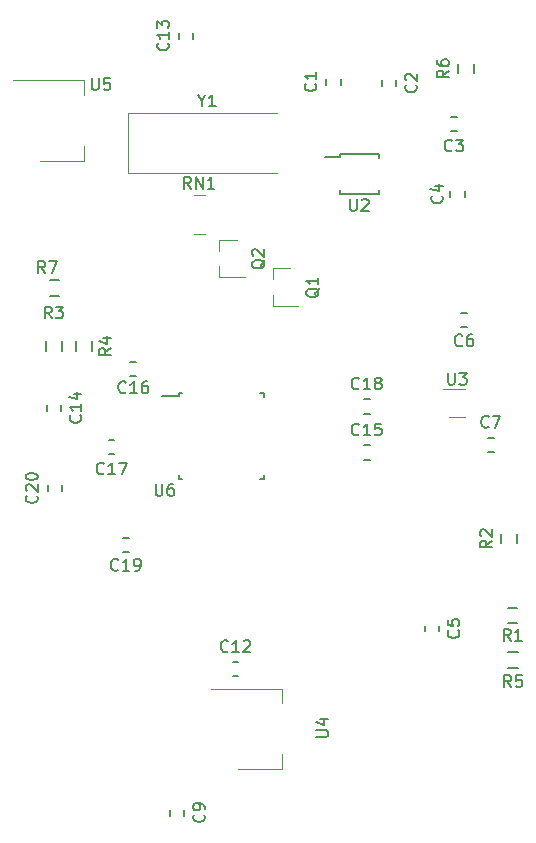
<source format=gto>
G04 #@! TF.FileFunction,Legend,Top*
%FSLAX46Y46*%
G04 Gerber Fmt 4.6, Leading zero omitted, Abs format (unit mm)*
G04 Created by KiCad (PCBNEW 4.0.7) date 05/26/22 10:22:03*
%MOMM*%
%LPD*%
G01*
G04 APERTURE LIST*
%ADD10C,0.100000*%
%ADD11C,0.150000*%
%ADD12C,0.120000*%
G04 APERTURE END LIST*
D10*
D11*
X139200000Y-77850000D02*
X139200000Y-78350000D01*
X138000000Y-78350000D02*
X138000000Y-77850000D01*
X107200000Y-59150000D02*
X107200000Y-59650000D01*
X106000000Y-59650000D02*
X106000000Y-59150000D01*
X113100000Y-55500000D02*
X113600000Y-55500000D01*
X113600000Y-56700000D02*
X113100000Y-56700000D01*
X145825000Y-70100000D02*
X145825000Y-70900000D01*
X144475000Y-70900000D02*
X144475000Y-70100000D01*
X129700000Y-32050000D02*
X129700000Y-31550000D01*
X130900000Y-31550000D02*
X130900000Y-32050000D01*
X135600000Y-31650000D02*
X135600000Y-32150000D01*
X134400000Y-32150000D02*
X134400000Y-31650000D01*
X140250000Y-34800000D02*
X140750000Y-34800000D01*
X140750000Y-36000000D02*
X140250000Y-36000000D01*
X141400000Y-41050000D02*
X141400000Y-41550000D01*
X140200000Y-41550000D02*
X140200000Y-41050000D01*
X141100000Y-51400000D02*
X141600000Y-51400000D01*
X141600000Y-52600000D02*
X141100000Y-52600000D01*
X117650000Y-93450000D02*
X117650000Y-93950000D01*
X116450000Y-93950000D02*
X116450000Y-93450000D01*
X121750000Y-80950000D02*
X122250000Y-80950000D01*
X122250000Y-82150000D02*
X121750000Y-82150000D01*
X117200000Y-28150000D02*
X117200000Y-27650000D01*
X118400000Y-27650000D02*
X118400000Y-28150000D01*
X132850000Y-62600000D02*
X133350000Y-62600000D01*
X133350000Y-63800000D02*
X132850000Y-63800000D01*
X111750000Y-63300000D02*
X111250000Y-63300000D01*
X111250000Y-62100000D02*
X111750000Y-62100000D01*
X132850000Y-58700000D02*
X133350000Y-58700000D01*
X133350000Y-59900000D02*
X132850000Y-59900000D01*
X112500000Y-70400000D02*
X113000000Y-70400000D01*
X113000000Y-71600000D02*
X112500000Y-71600000D01*
X106100000Y-66450000D02*
X106100000Y-65950000D01*
X107300000Y-65950000D02*
X107300000Y-66450000D01*
D12*
X125140000Y-47620000D02*
X125140000Y-48550000D01*
X125140000Y-50780000D02*
X125140000Y-49850000D01*
X125140000Y-50780000D02*
X127300000Y-50780000D01*
X125140000Y-47620000D02*
X126600000Y-47620000D01*
X120640000Y-45220000D02*
X120640000Y-46150000D01*
X120640000Y-48380000D02*
X120640000Y-47450000D01*
X120640000Y-48380000D02*
X122800000Y-48380000D01*
X120640000Y-45220000D02*
X122100000Y-45220000D01*
D11*
X145900000Y-81425000D02*
X145100000Y-81425000D01*
X145100000Y-80075000D02*
X145900000Y-80075000D01*
X107050000Y-49975000D02*
X106250000Y-49975000D01*
X106250000Y-48625000D02*
X107050000Y-48625000D01*
X130825000Y-37925000D02*
X130825000Y-38150000D01*
X134175000Y-37925000D02*
X134175000Y-38225000D01*
X134175000Y-41275000D02*
X134175000Y-40975000D01*
X130825000Y-41275000D02*
X130825000Y-40975000D01*
X130825000Y-37925000D02*
X134175000Y-37925000D01*
X130825000Y-41275000D02*
X134175000Y-41275000D01*
X130825000Y-38150000D02*
X129600000Y-38150000D01*
D12*
X125960000Y-90010000D02*
X125960000Y-88750000D01*
X125960000Y-83190000D02*
X125960000Y-84450000D01*
X122200000Y-90010000D02*
X125960000Y-90010000D01*
X119950000Y-83190000D02*
X125960000Y-83190000D01*
X109210000Y-38510000D02*
X109210000Y-37250000D01*
X109210000Y-31690000D02*
X109210000Y-32950000D01*
X105450000Y-38510000D02*
X109210000Y-38510000D01*
X103200000Y-31690000D02*
X109210000Y-31690000D01*
D11*
X117175000Y-58175000D02*
X117175000Y-58400000D01*
X124425000Y-58175000D02*
X124425000Y-58500000D01*
X124425000Y-65425000D02*
X124425000Y-65100000D01*
X117175000Y-65425000D02*
X117175000Y-65100000D01*
X117175000Y-58175000D02*
X117500000Y-58175000D01*
X117175000Y-65425000D02*
X117500000Y-65425000D01*
X124425000Y-65425000D02*
X124100000Y-65425000D01*
X124425000Y-58175000D02*
X124100000Y-58175000D01*
X117175000Y-58400000D02*
X115750000Y-58400000D01*
D12*
X125500000Y-34450000D02*
X112900000Y-34450000D01*
X112900000Y-34450000D02*
X112900000Y-39550000D01*
X112900000Y-39550000D02*
X125500000Y-39550000D01*
X118450000Y-41370000D02*
X119450000Y-41370000D01*
X118450000Y-44730000D02*
X119450000Y-44730000D01*
D11*
X105925000Y-54600000D02*
X105925000Y-53800000D01*
X107275000Y-53800000D02*
X107275000Y-54600000D01*
X108525000Y-54600000D02*
X108525000Y-53800000D01*
X109875000Y-53800000D02*
X109875000Y-54600000D01*
X142175000Y-30300000D02*
X142175000Y-31100000D01*
X140825000Y-31100000D02*
X140825000Y-30300000D01*
X145850000Y-77675000D02*
X145050000Y-77675000D01*
X145050000Y-76325000D02*
X145850000Y-76325000D01*
X143350000Y-61950000D02*
X143850000Y-61950000D01*
X143850000Y-63150000D02*
X143350000Y-63150000D01*
D12*
X141450000Y-57840000D02*
X139550000Y-57840000D01*
X140050000Y-60160000D02*
X141450000Y-60160000D01*
D11*
X140857143Y-78266666D02*
X140904762Y-78314285D01*
X140952381Y-78457142D01*
X140952381Y-78552380D01*
X140904762Y-78695238D01*
X140809524Y-78790476D01*
X140714286Y-78838095D01*
X140523810Y-78885714D01*
X140380952Y-78885714D01*
X140190476Y-78838095D01*
X140095238Y-78790476D01*
X140000000Y-78695238D01*
X139952381Y-78552380D01*
X139952381Y-78457142D01*
X140000000Y-78314285D01*
X140047619Y-78266666D01*
X139952381Y-77361904D02*
X139952381Y-77838095D01*
X140428571Y-77885714D01*
X140380952Y-77838095D01*
X140333333Y-77742857D01*
X140333333Y-77504761D01*
X140380952Y-77409523D01*
X140428571Y-77361904D01*
X140523810Y-77314285D01*
X140761905Y-77314285D01*
X140857143Y-77361904D01*
X140904762Y-77409523D01*
X140952381Y-77504761D01*
X140952381Y-77742857D01*
X140904762Y-77838095D01*
X140857143Y-77885714D01*
X108857143Y-60042857D02*
X108904762Y-60090476D01*
X108952381Y-60233333D01*
X108952381Y-60328571D01*
X108904762Y-60471429D01*
X108809524Y-60566667D01*
X108714286Y-60614286D01*
X108523810Y-60661905D01*
X108380952Y-60661905D01*
X108190476Y-60614286D01*
X108095238Y-60566667D01*
X108000000Y-60471429D01*
X107952381Y-60328571D01*
X107952381Y-60233333D01*
X108000000Y-60090476D01*
X108047619Y-60042857D01*
X108952381Y-59090476D02*
X108952381Y-59661905D01*
X108952381Y-59376191D02*
X107952381Y-59376191D01*
X108095238Y-59471429D01*
X108190476Y-59566667D01*
X108238095Y-59661905D01*
X108285714Y-58233333D02*
X108952381Y-58233333D01*
X107904762Y-58471429D02*
X108619048Y-58709524D01*
X108619048Y-58090476D01*
X112707143Y-58082143D02*
X112659524Y-58129762D01*
X112516667Y-58177381D01*
X112421429Y-58177381D01*
X112278571Y-58129762D01*
X112183333Y-58034524D01*
X112135714Y-57939286D01*
X112088095Y-57748810D01*
X112088095Y-57605952D01*
X112135714Y-57415476D01*
X112183333Y-57320238D01*
X112278571Y-57225000D01*
X112421429Y-57177381D01*
X112516667Y-57177381D01*
X112659524Y-57225000D01*
X112707143Y-57272619D01*
X113659524Y-58177381D02*
X113088095Y-58177381D01*
X113373809Y-58177381D02*
X113373809Y-57177381D01*
X113278571Y-57320238D01*
X113183333Y-57415476D01*
X113088095Y-57463095D01*
X114516667Y-57177381D02*
X114326190Y-57177381D01*
X114230952Y-57225000D01*
X114183333Y-57272619D01*
X114088095Y-57415476D01*
X114040476Y-57605952D01*
X114040476Y-57986905D01*
X114088095Y-58082143D01*
X114135714Y-58129762D01*
X114230952Y-58177381D01*
X114421429Y-58177381D01*
X114516667Y-58129762D01*
X114564286Y-58082143D01*
X114611905Y-57986905D01*
X114611905Y-57748810D01*
X114564286Y-57653571D01*
X114516667Y-57605952D01*
X114421429Y-57558333D01*
X114230952Y-57558333D01*
X114135714Y-57605952D01*
X114088095Y-57653571D01*
X114040476Y-57748810D01*
X143702381Y-70666666D02*
X143226190Y-71000000D01*
X143702381Y-71238095D02*
X142702381Y-71238095D01*
X142702381Y-70857142D01*
X142750000Y-70761904D01*
X142797619Y-70714285D01*
X142892857Y-70666666D01*
X143035714Y-70666666D01*
X143130952Y-70714285D01*
X143178571Y-70761904D01*
X143226190Y-70857142D01*
X143226190Y-71238095D01*
X142797619Y-70285714D02*
X142750000Y-70238095D01*
X142702381Y-70142857D01*
X142702381Y-69904761D01*
X142750000Y-69809523D01*
X142797619Y-69761904D01*
X142892857Y-69714285D01*
X142988095Y-69714285D01*
X143130952Y-69761904D01*
X143702381Y-70333333D01*
X143702381Y-69714285D01*
X128757143Y-31966666D02*
X128804762Y-32014285D01*
X128852381Y-32157142D01*
X128852381Y-32252380D01*
X128804762Y-32395238D01*
X128709524Y-32490476D01*
X128614286Y-32538095D01*
X128423810Y-32585714D01*
X128280952Y-32585714D01*
X128090476Y-32538095D01*
X127995238Y-32490476D01*
X127900000Y-32395238D01*
X127852381Y-32252380D01*
X127852381Y-32157142D01*
X127900000Y-32014285D01*
X127947619Y-31966666D01*
X128852381Y-31014285D02*
X128852381Y-31585714D01*
X128852381Y-31300000D02*
X127852381Y-31300000D01*
X127995238Y-31395238D01*
X128090476Y-31490476D01*
X128138095Y-31585714D01*
X137257143Y-32066666D02*
X137304762Y-32114285D01*
X137352381Y-32257142D01*
X137352381Y-32352380D01*
X137304762Y-32495238D01*
X137209524Y-32590476D01*
X137114286Y-32638095D01*
X136923810Y-32685714D01*
X136780952Y-32685714D01*
X136590476Y-32638095D01*
X136495238Y-32590476D01*
X136400000Y-32495238D01*
X136352381Y-32352380D01*
X136352381Y-32257142D01*
X136400000Y-32114285D01*
X136447619Y-32066666D01*
X136447619Y-31685714D02*
X136400000Y-31638095D01*
X136352381Y-31542857D01*
X136352381Y-31304761D01*
X136400000Y-31209523D01*
X136447619Y-31161904D01*
X136542857Y-31114285D01*
X136638095Y-31114285D01*
X136780952Y-31161904D01*
X137352381Y-31733333D01*
X137352381Y-31114285D01*
X140333334Y-37607143D02*
X140285715Y-37654762D01*
X140142858Y-37702381D01*
X140047620Y-37702381D01*
X139904762Y-37654762D01*
X139809524Y-37559524D01*
X139761905Y-37464286D01*
X139714286Y-37273810D01*
X139714286Y-37130952D01*
X139761905Y-36940476D01*
X139809524Y-36845238D01*
X139904762Y-36750000D01*
X140047620Y-36702381D01*
X140142858Y-36702381D01*
X140285715Y-36750000D01*
X140333334Y-36797619D01*
X140666667Y-36702381D02*
X141285715Y-36702381D01*
X140952381Y-37083333D01*
X141095239Y-37083333D01*
X141190477Y-37130952D01*
X141238096Y-37178571D01*
X141285715Y-37273810D01*
X141285715Y-37511905D01*
X141238096Y-37607143D01*
X141190477Y-37654762D01*
X141095239Y-37702381D01*
X140809524Y-37702381D01*
X140714286Y-37654762D01*
X140666667Y-37607143D01*
X139457143Y-41466666D02*
X139504762Y-41514285D01*
X139552381Y-41657142D01*
X139552381Y-41752380D01*
X139504762Y-41895238D01*
X139409524Y-41990476D01*
X139314286Y-42038095D01*
X139123810Y-42085714D01*
X138980952Y-42085714D01*
X138790476Y-42038095D01*
X138695238Y-41990476D01*
X138600000Y-41895238D01*
X138552381Y-41752380D01*
X138552381Y-41657142D01*
X138600000Y-41514285D01*
X138647619Y-41466666D01*
X138885714Y-40609523D02*
X139552381Y-40609523D01*
X138504762Y-40847619D02*
X139219048Y-41085714D01*
X139219048Y-40466666D01*
X141183334Y-54107143D02*
X141135715Y-54154762D01*
X140992858Y-54202381D01*
X140897620Y-54202381D01*
X140754762Y-54154762D01*
X140659524Y-54059524D01*
X140611905Y-53964286D01*
X140564286Y-53773810D01*
X140564286Y-53630952D01*
X140611905Y-53440476D01*
X140659524Y-53345238D01*
X140754762Y-53250000D01*
X140897620Y-53202381D01*
X140992858Y-53202381D01*
X141135715Y-53250000D01*
X141183334Y-53297619D01*
X142040477Y-53202381D02*
X141850000Y-53202381D01*
X141754762Y-53250000D01*
X141707143Y-53297619D01*
X141611905Y-53440476D01*
X141564286Y-53630952D01*
X141564286Y-54011905D01*
X141611905Y-54107143D01*
X141659524Y-54154762D01*
X141754762Y-54202381D01*
X141945239Y-54202381D01*
X142040477Y-54154762D01*
X142088096Y-54107143D01*
X142135715Y-54011905D01*
X142135715Y-53773810D01*
X142088096Y-53678571D01*
X142040477Y-53630952D01*
X141945239Y-53583333D01*
X141754762Y-53583333D01*
X141659524Y-53630952D01*
X141611905Y-53678571D01*
X141564286Y-53773810D01*
X119307143Y-93866666D02*
X119354762Y-93914285D01*
X119402381Y-94057142D01*
X119402381Y-94152380D01*
X119354762Y-94295238D01*
X119259524Y-94390476D01*
X119164286Y-94438095D01*
X118973810Y-94485714D01*
X118830952Y-94485714D01*
X118640476Y-94438095D01*
X118545238Y-94390476D01*
X118450000Y-94295238D01*
X118402381Y-94152380D01*
X118402381Y-94057142D01*
X118450000Y-93914285D01*
X118497619Y-93866666D01*
X119402381Y-93390476D02*
X119402381Y-93200000D01*
X119354762Y-93104761D01*
X119307143Y-93057142D01*
X119164286Y-92961904D01*
X118973810Y-92914285D01*
X118592857Y-92914285D01*
X118497619Y-92961904D01*
X118450000Y-93009523D01*
X118402381Y-93104761D01*
X118402381Y-93295238D01*
X118450000Y-93390476D01*
X118497619Y-93438095D01*
X118592857Y-93485714D01*
X118830952Y-93485714D01*
X118926190Y-93438095D01*
X118973810Y-93390476D01*
X119021429Y-93295238D01*
X119021429Y-93104761D01*
X118973810Y-93009523D01*
X118926190Y-92961904D01*
X118830952Y-92914285D01*
X121357143Y-80007143D02*
X121309524Y-80054762D01*
X121166667Y-80102381D01*
X121071429Y-80102381D01*
X120928571Y-80054762D01*
X120833333Y-79959524D01*
X120785714Y-79864286D01*
X120738095Y-79673810D01*
X120738095Y-79530952D01*
X120785714Y-79340476D01*
X120833333Y-79245238D01*
X120928571Y-79150000D01*
X121071429Y-79102381D01*
X121166667Y-79102381D01*
X121309524Y-79150000D01*
X121357143Y-79197619D01*
X122309524Y-80102381D02*
X121738095Y-80102381D01*
X122023809Y-80102381D02*
X122023809Y-79102381D01*
X121928571Y-79245238D01*
X121833333Y-79340476D01*
X121738095Y-79388095D01*
X122690476Y-79197619D02*
X122738095Y-79150000D01*
X122833333Y-79102381D01*
X123071429Y-79102381D01*
X123166667Y-79150000D01*
X123214286Y-79197619D01*
X123261905Y-79292857D01*
X123261905Y-79388095D01*
X123214286Y-79530952D01*
X122642857Y-80102381D01*
X123261905Y-80102381D01*
X116257143Y-28542857D02*
X116304762Y-28590476D01*
X116352381Y-28733333D01*
X116352381Y-28828571D01*
X116304762Y-28971429D01*
X116209524Y-29066667D01*
X116114286Y-29114286D01*
X115923810Y-29161905D01*
X115780952Y-29161905D01*
X115590476Y-29114286D01*
X115495238Y-29066667D01*
X115400000Y-28971429D01*
X115352381Y-28828571D01*
X115352381Y-28733333D01*
X115400000Y-28590476D01*
X115447619Y-28542857D01*
X116352381Y-27590476D02*
X116352381Y-28161905D01*
X116352381Y-27876191D02*
X115352381Y-27876191D01*
X115495238Y-27971429D01*
X115590476Y-28066667D01*
X115638095Y-28161905D01*
X115352381Y-27257143D02*
X115352381Y-26638095D01*
X115733333Y-26971429D01*
X115733333Y-26828571D01*
X115780952Y-26733333D01*
X115828571Y-26685714D01*
X115923810Y-26638095D01*
X116161905Y-26638095D01*
X116257143Y-26685714D01*
X116304762Y-26733333D01*
X116352381Y-26828571D01*
X116352381Y-27114286D01*
X116304762Y-27209524D01*
X116257143Y-27257143D01*
X132457143Y-61657143D02*
X132409524Y-61704762D01*
X132266667Y-61752381D01*
X132171429Y-61752381D01*
X132028571Y-61704762D01*
X131933333Y-61609524D01*
X131885714Y-61514286D01*
X131838095Y-61323810D01*
X131838095Y-61180952D01*
X131885714Y-60990476D01*
X131933333Y-60895238D01*
X132028571Y-60800000D01*
X132171429Y-60752381D01*
X132266667Y-60752381D01*
X132409524Y-60800000D01*
X132457143Y-60847619D01*
X133409524Y-61752381D02*
X132838095Y-61752381D01*
X133123809Y-61752381D02*
X133123809Y-60752381D01*
X133028571Y-60895238D01*
X132933333Y-60990476D01*
X132838095Y-61038095D01*
X134314286Y-60752381D02*
X133838095Y-60752381D01*
X133790476Y-61228571D01*
X133838095Y-61180952D01*
X133933333Y-61133333D01*
X134171429Y-61133333D01*
X134266667Y-61180952D01*
X134314286Y-61228571D01*
X134361905Y-61323810D01*
X134361905Y-61561905D01*
X134314286Y-61657143D01*
X134266667Y-61704762D01*
X134171429Y-61752381D01*
X133933333Y-61752381D01*
X133838095Y-61704762D01*
X133790476Y-61657143D01*
X110857143Y-64957143D02*
X110809524Y-65004762D01*
X110666667Y-65052381D01*
X110571429Y-65052381D01*
X110428571Y-65004762D01*
X110333333Y-64909524D01*
X110285714Y-64814286D01*
X110238095Y-64623810D01*
X110238095Y-64480952D01*
X110285714Y-64290476D01*
X110333333Y-64195238D01*
X110428571Y-64100000D01*
X110571429Y-64052381D01*
X110666667Y-64052381D01*
X110809524Y-64100000D01*
X110857143Y-64147619D01*
X111809524Y-65052381D02*
X111238095Y-65052381D01*
X111523809Y-65052381D02*
X111523809Y-64052381D01*
X111428571Y-64195238D01*
X111333333Y-64290476D01*
X111238095Y-64338095D01*
X112142857Y-64052381D02*
X112809524Y-64052381D01*
X112380952Y-65052381D01*
X132457143Y-57757143D02*
X132409524Y-57804762D01*
X132266667Y-57852381D01*
X132171429Y-57852381D01*
X132028571Y-57804762D01*
X131933333Y-57709524D01*
X131885714Y-57614286D01*
X131838095Y-57423810D01*
X131838095Y-57280952D01*
X131885714Y-57090476D01*
X131933333Y-56995238D01*
X132028571Y-56900000D01*
X132171429Y-56852381D01*
X132266667Y-56852381D01*
X132409524Y-56900000D01*
X132457143Y-56947619D01*
X133409524Y-57852381D02*
X132838095Y-57852381D01*
X133123809Y-57852381D02*
X133123809Y-56852381D01*
X133028571Y-56995238D01*
X132933333Y-57090476D01*
X132838095Y-57138095D01*
X133980952Y-57280952D02*
X133885714Y-57233333D01*
X133838095Y-57185714D01*
X133790476Y-57090476D01*
X133790476Y-57042857D01*
X133838095Y-56947619D01*
X133885714Y-56900000D01*
X133980952Y-56852381D01*
X134171429Y-56852381D01*
X134266667Y-56900000D01*
X134314286Y-56947619D01*
X134361905Y-57042857D01*
X134361905Y-57090476D01*
X134314286Y-57185714D01*
X134266667Y-57233333D01*
X134171429Y-57280952D01*
X133980952Y-57280952D01*
X133885714Y-57328571D01*
X133838095Y-57376190D01*
X133790476Y-57471429D01*
X133790476Y-57661905D01*
X133838095Y-57757143D01*
X133885714Y-57804762D01*
X133980952Y-57852381D01*
X134171429Y-57852381D01*
X134266667Y-57804762D01*
X134314286Y-57757143D01*
X134361905Y-57661905D01*
X134361905Y-57471429D01*
X134314286Y-57376190D01*
X134266667Y-57328571D01*
X134171429Y-57280952D01*
X112057143Y-73107143D02*
X112009524Y-73154762D01*
X111866667Y-73202381D01*
X111771429Y-73202381D01*
X111628571Y-73154762D01*
X111533333Y-73059524D01*
X111485714Y-72964286D01*
X111438095Y-72773810D01*
X111438095Y-72630952D01*
X111485714Y-72440476D01*
X111533333Y-72345238D01*
X111628571Y-72250000D01*
X111771429Y-72202381D01*
X111866667Y-72202381D01*
X112009524Y-72250000D01*
X112057143Y-72297619D01*
X113009524Y-73202381D02*
X112438095Y-73202381D01*
X112723809Y-73202381D02*
X112723809Y-72202381D01*
X112628571Y-72345238D01*
X112533333Y-72440476D01*
X112438095Y-72488095D01*
X113485714Y-73202381D02*
X113676190Y-73202381D01*
X113771429Y-73154762D01*
X113819048Y-73107143D01*
X113914286Y-72964286D01*
X113961905Y-72773810D01*
X113961905Y-72392857D01*
X113914286Y-72297619D01*
X113866667Y-72250000D01*
X113771429Y-72202381D01*
X113580952Y-72202381D01*
X113485714Y-72250000D01*
X113438095Y-72297619D01*
X113390476Y-72392857D01*
X113390476Y-72630952D01*
X113438095Y-72726190D01*
X113485714Y-72773810D01*
X113580952Y-72821429D01*
X113771429Y-72821429D01*
X113866667Y-72773810D01*
X113914286Y-72726190D01*
X113961905Y-72630952D01*
X105157143Y-66842857D02*
X105204762Y-66890476D01*
X105252381Y-67033333D01*
X105252381Y-67128571D01*
X105204762Y-67271429D01*
X105109524Y-67366667D01*
X105014286Y-67414286D01*
X104823810Y-67461905D01*
X104680952Y-67461905D01*
X104490476Y-67414286D01*
X104395238Y-67366667D01*
X104300000Y-67271429D01*
X104252381Y-67128571D01*
X104252381Y-67033333D01*
X104300000Y-66890476D01*
X104347619Y-66842857D01*
X104347619Y-66461905D02*
X104300000Y-66414286D01*
X104252381Y-66319048D01*
X104252381Y-66080952D01*
X104300000Y-65985714D01*
X104347619Y-65938095D01*
X104442857Y-65890476D01*
X104538095Y-65890476D01*
X104680952Y-65938095D01*
X105252381Y-66509524D01*
X105252381Y-65890476D01*
X104252381Y-65271429D02*
X104252381Y-65176190D01*
X104300000Y-65080952D01*
X104347619Y-65033333D01*
X104442857Y-64985714D01*
X104633333Y-64938095D01*
X104871429Y-64938095D01*
X105061905Y-64985714D01*
X105157143Y-65033333D01*
X105204762Y-65080952D01*
X105252381Y-65176190D01*
X105252381Y-65271429D01*
X105204762Y-65366667D01*
X105157143Y-65414286D01*
X105061905Y-65461905D01*
X104871429Y-65509524D01*
X104633333Y-65509524D01*
X104442857Y-65461905D01*
X104347619Y-65414286D01*
X104300000Y-65366667D01*
X104252381Y-65271429D01*
X129097619Y-49295238D02*
X129050000Y-49390476D01*
X128954762Y-49485714D01*
X128811905Y-49628571D01*
X128764286Y-49723810D01*
X128764286Y-49819048D01*
X129002381Y-49771429D02*
X128954762Y-49866667D01*
X128859524Y-49961905D01*
X128669048Y-50009524D01*
X128335714Y-50009524D01*
X128145238Y-49961905D01*
X128050000Y-49866667D01*
X128002381Y-49771429D01*
X128002381Y-49580952D01*
X128050000Y-49485714D01*
X128145238Y-49390476D01*
X128335714Y-49342857D01*
X128669048Y-49342857D01*
X128859524Y-49390476D01*
X128954762Y-49485714D01*
X129002381Y-49580952D01*
X129002381Y-49771429D01*
X129002381Y-48390476D02*
X129002381Y-48961905D01*
X129002381Y-48676191D02*
X128002381Y-48676191D01*
X128145238Y-48771429D01*
X128240476Y-48866667D01*
X128288095Y-48961905D01*
X124497619Y-46895238D02*
X124450000Y-46990476D01*
X124354762Y-47085714D01*
X124211905Y-47228571D01*
X124164286Y-47323810D01*
X124164286Y-47419048D01*
X124402381Y-47371429D02*
X124354762Y-47466667D01*
X124259524Y-47561905D01*
X124069048Y-47609524D01*
X123735714Y-47609524D01*
X123545238Y-47561905D01*
X123450000Y-47466667D01*
X123402381Y-47371429D01*
X123402381Y-47180952D01*
X123450000Y-47085714D01*
X123545238Y-46990476D01*
X123735714Y-46942857D01*
X124069048Y-46942857D01*
X124259524Y-46990476D01*
X124354762Y-47085714D01*
X124402381Y-47180952D01*
X124402381Y-47371429D01*
X123497619Y-46561905D02*
X123450000Y-46514286D01*
X123402381Y-46419048D01*
X123402381Y-46180952D01*
X123450000Y-46085714D01*
X123497619Y-46038095D01*
X123592857Y-45990476D01*
X123688095Y-45990476D01*
X123830952Y-46038095D01*
X124402381Y-46609524D01*
X124402381Y-45990476D01*
X145333334Y-83052381D02*
X145000000Y-82576190D01*
X144761905Y-83052381D02*
X144761905Y-82052381D01*
X145142858Y-82052381D01*
X145238096Y-82100000D01*
X145285715Y-82147619D01*
X145333334Y-82242857D01*
X145333334Y-82385714D01*
X145285715Y-82480952D01*
X145238096Y-82528571D01*
X145142858Y-82576190D01*
X144761905Y-82576190D01*
X146238096Y-82052381D02*
X145761905Y-82052381D01*
X145714286Y-82528571D01*
X145761905Y-82480952D01*
X145857143Y-82433333D01*
X146095239Y-82433333D01*
X146190477Y-82480952D01*
X146238096Y-82528571D01*
X146285715Y-82623810D01*
X146285715Y-82861905D01*
X146238096Y-82957143D01*
X146190477Y-83004762D01*
X146095239Y-83052381D01*
X145857143Y-83052381D01*
X145761905Y-83004762D01*
X145714286Y-82957143D01*
X105883334Y-48002381D02*
X105550000Y-47526190D01*
X105311905Y-48002381D02*
X105311905Y-47002381D01*
X105692858Y-47002381D01*
X105788096Y-47050000D01*
X105835715Y-47097619D01*
X105883334Y-47192857D01*
X105883334Y-47335714D01*
X105835715Y-47430952D01*
X105788096Y-47478571D01*
X105692858Y-47526190D01*
X105311905Y-47526190D01*
X106216667Y-47002381D02*
X106883334Y-47002381D01*
X106454762Y-48002381D01*
X131688095Y-41752381D02*
X131688095Y-42561905D01*
X131735714Y-42657143D01*
X131783333Y-42704762D01*
X131878571Y-42752381D01*
X132069048Y-42752381D01*
X132164286Y-42704762D01*
X132211905Y-42657143D01*
X132259524Y-42561905D01*
X132259524Y-41752381D01*
X132688095Y-41847619D02*
X132735714Y-41800000D01*
X132830952Y-41752381D01*
X133069048Y-41752381D01*
X133164286Y-41800000D01*
X133211905Y-41847619D01*
X133259524Y-41942857D01*
X133259524Y-42038095D01*
X133211905Y-42180952D01*
X132640476Y-42752381D01*
X133259524Y-42752381D01*
X128852381Y-87261905D02*
X129661905Y-87261905D01*
X129757143Y-87214286D01*
X129804762Y-87166667D01*
X129852381Y-87071429D01*
X129852381Y-86880952D01*
X129804762Y-86785714D01*
X129757143Y-86738095D01*
X129661905Y-86690476D01*
X128852381Y-86690476D01*
X129185714Y-85785714D02*
X129852381Y-85785714D01*
X128804762Y-86023810D02*
X129519048Y-86261905D01*
X129519048Y-85642857D01*
X109838095Y-31502381D02*
X109838095Y-32311905D01*
X109885714Y-32407143D01*
X109933333Y-32454762D01*
X110028571Y-32502381D01*
X110219048Y-32502381D01*
X110314286Y-32454762D01*
X110361905Y-32407143D01*
X110409524Y-32311905D01*
X110409524Y-31502381D01*
X111361905Y-31502381D02*
X110885714Y-31502381D01*
X110838095Y-31978571D01*
X110885714Y-31930952D01*
X110980952Y-31883333D01*
X111219048Y-31883333D01*
X111314286Y-31930952D01*
X111361905Y-31978571D01*
X111409524Y-32073810D01*
X111409524Y-32311905D01*
X111361905Y-32407143D01*
X111314286Y-32454762D01*
X111219048Y-32502381D01*
X110980952Y-32502381D01*
X110885714Y-32454762D01*
X110838095Y-32407143D01*
X115238095Y-65852381D02*
X115238095Y-66661905D01*
X115285714Y-66757143D01*
X115333333Y-66804762D01*
X115428571Y-66852381D01*
X115619048Y-66852381D01*
X115714286Y-66804762D01*
X115761905Y-66757143D01*
X115809524Y-66661905D01*
X115809524Y-65852381D01*
X116714286Y-65852381D02*
X116523809Y-65852381D01*
X116428571Y-65900000D01*
X116380952Y-65947619D01*
X116285714Y-66090476D01*
X116238095Y-66280952D01*
X116238095Y-66661905D01*
X116285714Y-66757143D01*
X116333333Y-66804762D01*
X116428571Y-66852381D01*
X116619048Y-66852381D01*
X116714286Y-66804762D01*
X116761905Y-66757143D01*
X116809524Y-66661905D01*
X116809524Y-66423810D01*
X116761905Y-66328571D01*
X116714286Y-66280952D01*
X116619048Y-66233333D01*
X116428571Y-66233333D01*
X116333333Y-66280952D01*
X116285714Y-66328571D01*
X116238095Y-66423810D01*
X119123809Y-33426190D02*
X119123809Y-33902381D01*
X118790476Y-32902381D02*
X119123809Y-33426190D01*
X119457143Y-32902381D01*
X120314286Y-33902381D02*
X119742857Y-33902381D01*
X120028571Y-33902381D02*
X120028571Y-32902381D01*
X119933333Y-33045238D01*
X119838095Y-33140476D01*
X119742857Y-33188095D01*
X118209524Y-40852381D02*
X117876190Y-40376190D01*
X117638095Y-40852381D02*
X117638095Y-39852381D01*
X118019048Y-39852381D01*
X118114286Y-39900000D01*
X118161905Y-39947619D01*
X118209524Y-40042857D01*
X118209524Y-40185714D01*
X118161905Y-40280952D01*
X118114286Y-40328571D01*
X118019048Y-40376190D01*
X117638095Y-40376190D01*
X118638095Y-40852381D02*
X118638095Y-39852381D01*
X119209524Y-40852381D01*
X119209524Y-39852381D01*
X120209524Y-40852381D02*
X119638095Y-40852381D01*
X119923809Y-40852381D02*
X119923809Y-39852381D01*
X119828571Y-39995238D01*
X119733333Y-40090476D01*
X119638095Y-40138095D01*
X106433334Y-51852381D02*
X106100000Y-51376190D01*
X105861905Y-51852381D02*
X105861905Y-50852381D01*
X106242858Y-50852381D01*
X106338096Y-50900000D01*
X106385715Y-50947619D01*
X106433334Y-51042857D01*
X106433334Y-51185714D01*
X106385715Y-51280952D01*
X106338096Y-51328571D01*
X106242858Y-51376190D01*
X105861905Y-51376190D01*
X106766667Y-50852381D02*
X107385715Y-50852381D01*
X107052381Y-51233333D01*
X107195239Y-51233333D01*
X107290477Y-51280952D01*
X107338096Y-51328571D01*
X107385715Y-51423810D01*
X107385715Y-51661905D01*
X107338096Y-51757143D01*
X107290477Y-51804762D01*
X107195239Y-51852381D01*
X106909524Y-51852381D01*
X106814286Y-51804762D01*
X106766667Y-51757143D01*
X111452381Y-54366666D02*
X110976190Y-54700000D01*
X111452381Y-54938095D02*
X110452381Y-54938095D01*
X110452381Y-54557142D01*
X110500000Y-54461904D01*
X110547619Y-54414285D01*
X110642857Y-54366666D01*
X110785714Y-54366666D01*
X110880952Y-54414285D01*
X110928571Y-54461904D01*
X110976190Y-54557142D01*
X110976190Y-54938095D01*
X110785714Y-53509523D02*
X111452381Y-53509523D01*
X110404762Y-53747619D02*
X111119048Y-53985714D01*
X111119048Y-53366666D01*
X140052381Y-30866666D02*
X139576190Y-31200000D01*
X140052381Y-31438095D02*
X139052381Y-31438095D01*
X139052381Y-31057142D01*
X139100000Y-30961904D01*
X139147619Y-30914285D01*
X139242857Y-30866666D01*
X139385714Y-30866666D01*
X139480952Y-30914285D01*
X139528571Y-30961904D01*
X139576190Y-31057142D01*
X139576190Y-31438095D01*
X139052381Y-30009523D02*
X139052381Y-30200000D01*
X139100000Y-30295238D01*
X139147619Y-30342857D01*
X139290476Y-30438095D01*
X139480952Y-30485714D01*
X139861905Y-30485714D01*
X139957143Y-30438095D01*
X140004762Y-30390476D01*
X140052381Y-30295238D01*
X140052381Y-30104761D01*
X140004762Y-30009523D01*
X139957143Y-29961904D01*
X139861905Y-29914285D01*
X139623810Y-29914285D01*
X139528571Y-29961904D01*
X139480952Y-30009523D01*
X139433333Y-30104761D01*
X139433333Y-30295238D01*
X139480952Y-30390476D01*
X139528571Y-30438095D01*
X139623810Y-30485714D01*
X145283334Y-79152381D02*
X144950000Y-78676190D01*
X144711905Y-79152381D02*
X144711905Y-78152381D01*
X145092858Y-78152381D01*
X145188096Y-78200000D01*
X145235715Y-78247619D01*
X145283334Y-78342857D01*
X145283334Y-78485714D01*
X145235715Y-78580952D01*
X145188096Y-78628571D01*
X145092858Y-78676190D01*
X144711905Y-78676190D01*
X146235715Y-79152381D02*
X145664286Y-79152381D01*
X145950000Y-79152381D02*
X145950000Y-78152381D01*
X145854762Y-78295238D01*
X145759524Y-78390476D01*
X145664286Y-78438095D01*
X143433334Y-61007143D02*
X143385715Y-61054762D01*
X143242858Y-61102381D01*
X143147620Y-61102381D01*
X143004762Y-61054762D01*
X142909524Y-60959524D01*
X142861905Y-60864286D01*
X142814286Y-60673810D01*
X142814286Y-60530952D01*
X142861905Y-60340476D01*
X142909524Y-60245238D01*
X143004762Y-60150000D01*
X143147620Y-60102381D01*
X143242858Y-60102381D01*
X143385715Y-60150000D01*
X143433334Y-60197619D01*
X143766667Y-60102381D02*
X144433334Y-60102381D01*
X144004762Y-61102381D01*
X139988095Y-56452381D02*
X139988095Y-57261905D01*
X140035714Y-57357143D01*
X140083333Y-57404762D01*
X140178571Y-57452381D01*
X140369048Y-57452381D01*
X140464286Y-57404762D01*
X140511905Y-57357143D01*
X140559524Y-57261905D01*
X140559524Y-56452381D01*
X140940476Y-56452381D02*
X141559524Y-56452381D01*
X141226190Y-56833333D01*
X141369048Y-56833333D01*
X141464286Y-56880952D01*
X141511905Y-56928571D01*
X141559524Y-57023810D01*
X141559524Y-57261905D01*
X141511905Y-57357143D01*
X141464286Y-57404762D01*
X141369048Y-57452381D01*
X141083333Y-57452381D01*
X140988095Y-57404762D01*
X140940476Y-57357143D01*
M02*

</source>
